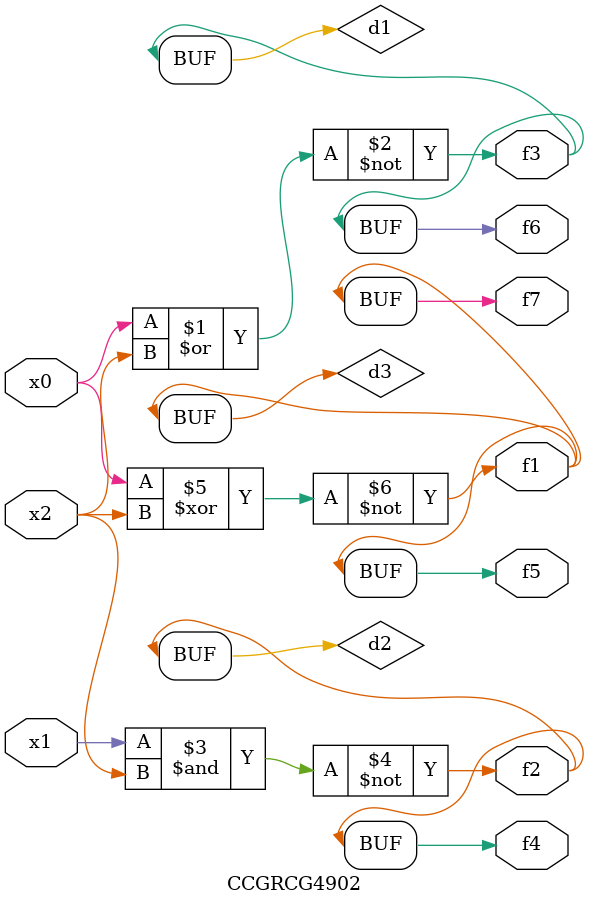
<source format=v>
module CCGRCG4902(
	input x0, x1, x2,
	output f1, f2, f3, f4, f5, f6, f7
);

	wire d1, d2, d3;

	nor (d1, x0, x2);
	nand (d2, x1, x2);
	xnor (d3, x0, x2);
	assign f1 = d3;
	assign f2 = d2;
	assign f3 = d1;
	assign f4 = d2;
	assign f5 = d3;
	assign f6 = d1;
	assign f7 = d3;
endmodule

</source>
